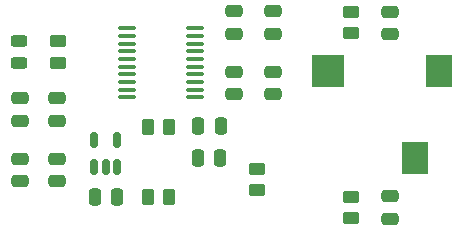
<source format=gtp>
G04 #@! TF.GenerationSoftware,KiCad,Pcbnew,7.0.8*
G04 #@! TF.CreationDate,2023-10-02T15:07:27-07:00*
G04 #@! TF.ProjectId,PCM510xA_I2S_DAC,50434d35-3130-4784-915f-4932535f4441,0.0.2*
G04 #@! TF.SameCoordinates,Original*
G04 #@! TF.FileFunction,Paste,Top*
G04 #@! TF.FilePolarity,Positive*
%FSLAX46Y46*%
G04 Gerber Fmt 4.6, Leading zero omitted, Abs format (unit mm)*
G04 Created by KiCad (PCBNEW 7.0.8) date 2023-10-02 15:07:27*
%MOMM*%
%LPD*%
G01*
G04 APERTURE LIST*
G04 Aperture macros list*
%AMRoundRect*
0 Rectangle with rounded corners*
0 $1 Rounding radius*
0 $2 $3 $4 $5 $6 $7 $8 $9 X,Y pos of 4 corners*
0 Add a 4 corners polygon primitive as box body*
4,1,4,$2,$3,$4,$5,$6,$7,$8,$9,$2,$3,0*
0 Add four circle primitives for the rounded corners*
1,1,$1+$1,$2,$3*
1,1,$1+$1,$4,$5*
1,1,$1+$1,$6,$7*
1,1,$1+$1,$8,$9*
0 Add four rect primitives between the rounded corners*
20,1,$1+$1,$2,$3,$4,$5,0*
20,1,$1+$1,$4,$5,$6,$7,0*
20,1,$1+$1,$6,$7,$8,$9,0*
20,1,$1+$1,$8,$9,$2,$3,0*%
G04 Aperture macros list end*
%ADD10RoundRect,0.243750X-0.456250X0.243750X-0.456250X-0.243750X0.456250X-0.243750X0.456250X0.243750X0*%
%ADD11RoundRect,0.250000X0.450000X-0.262500X0.450000X0.262500X-0.450000X0.262500X-0.450000X-0.262500X0*%
%ADD12RoundRect,0.250000X-0.450000X0.262500X-0.450000X-0.262500X0.450000X-0.262500X0.450000X0.262500X0*%
%ADD13RoundRect,0.250000X-0.262500X-0.450000X0.262500X-0.450000X0.262500X0.450000X-0.262500X0.450000X0*%
%ADD14RoundRect,0.250000X-0.250000X-0.475000X0.250000X-0.475000X0.250000X0.475000X-0.250000X0.475000X0*%
%ADD15RoundRect,0.250000X-0.475000X0.250000X-0.475000X-0.250000X0.475000X-0.250000X0.475000X0.250000X0*%
%ADD16RoundRect,0.250000X0.475000X-0.250000X0.475000X0.250000X-0.475000X0.250000X-0.475000X-0.250000X0*%
%ADD17RoundRect,0.100000X0.637500X0.100000X-0.637500X0.100000X-0.637500X-0.100000X0.637500X-0.100000X0*%
%ADD18R,2.200000X2.800000*%
%ADD19R,2.800000X2.800000*%
%ADD20RoundRect,0.150000X0.150000X-0.512500X0.150000X0.512500X-0.150000X0.512500X-0.150000X-0.512500X0*%
G04 APERTURE END LIST*
D10*
X119500000Y-97662500D03*
X119500000Y-99537500D03*
D11*
X122750000Y-99512500D03*
X122750000Y-97687500D03*
D12*
X147574000Y-110856629D03*
X147574000Y-112681629D03*
D13*
X130375000Y-104946129D03*
X132200000Y-104946129D03*
D14*
X134600000Y-107600000D03*
X136500000Y-107600000D03*
D15*
X119600000Y-107650000D03*
X119600000Y-109550000D03*
D14*
X134650000Y-104900000D03*
X136550000Y-104900000D03*
X125900000Y-110900000D03*
X127800000Y-110900000D03*
D13*
X130387500Y-110900000D03*
X132212500Y-110900000D03*
D15*
X140970000Y-100278129D03*
X140970000Y-102178129D03*
D16*
X122700000Y-104450000D03*
X122700000Y-102550000D03*
X137700000Y-97050000D03*
X137700000Y-95150000D03*
D17*
X134366000Y-102444800D03*
X134366000Y-101794800D03*
X134366000Y-101144800D03*
X134366000Y-100494800D03*
X134366000Y-99844800D03*
X134366000Y-99194800D03*
X134366000Y-98544800D03*
X134366000Y-97894800D03*
X134366000Y-97244800D03*
X134366000Y-96594800D03*
X128641000Y-96594800D03*
X128641000Y-97244800D03*
X128641000Y-97894800D03*
X128641000Y-98544800D03*
X128641000Y-99194800D03*
X128641000Y-99844800D03*
X128641000Y-100494800D03*
X128641000Y-101144800D03*
X128641000Y-101794800D03*
X128641000Y-102444800D03*
D18*
X153035000Y-107595129D03*
X155035000Y-100195129D03*
D19*
X145635000Y-100195129D03*
D15*
X137668000Y-100278129D03*
X137668000Y-102178129D03*
D11*
X147608000Y-97012629D03*
X147608000Y-95187629D03*
X139600000Y-110312500D03*
X139600000Y-108487500D03*
D15*
X122700000Y-107650000D03*
X122700000Y-109550000D03*
X150874000Y-110819129D03*
X150874000Y-112719129D03*
D16*
X150876000Y-97098129D03*
X150876000Y-95198129D03*
X119600000Y-104450000D03*
X119600000Y-102550000D03*
D20*
X125850000Y-108375000D03*
X126800000Y-108375000D03*
X127750000Y-108375000D03*
X127750000Y-106100000D03*
X125850000Y-106100000D03*
D16*
X141000000Y-97050000D03*
X141000000Y-95150000D03*
M02*

</source>
